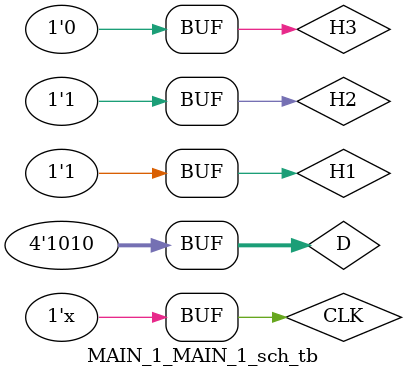
<source format=v>

`timescale 1ns / 1ps

module MAIN_1_MAIN_1_sch_tb();

// Inputs
   reg H3;
   reg H2;
   reg H1;
   reg [3:0] D;
   reg CLK;

// Output
   wire A;
   wire AA;
   wire B;
   wire BB;
   wire C;
   wire CC;

// Bidirs

// Instantiate the UUT
   MAIN_1 UUT (
		.H3(H3), 
		.H2(H2), 
		.H1(H1), 
		.D(D), 
		.CLK(CLK), 
		.A(A), 
		.AA(AA), 
		.B(B), 
		.BB(BB), 
		.C(C), 
		.CC(CC)
   );
// Initialize Inputs
		 initial begin
		H3 = 0;
		H2 = 0;
		H1 = 0;
	   D =4'b1010;
		CLK=1;	
   end
	always begin
	#10;
	CLK=~CLK;
	end
	always begin
	H1=1;
	#2000;
	H1=0;
	#3000;
	H1=1;
	#1000;	
	end
	always begin
	H2=0;
	#3000;
	H2=1;
	#3000;
	end
	always begin
	H3=0;
	#1000;
	H3=1;
	#3000;
	H3=0;
	#2000;
	end


   
endmodule

</source>
